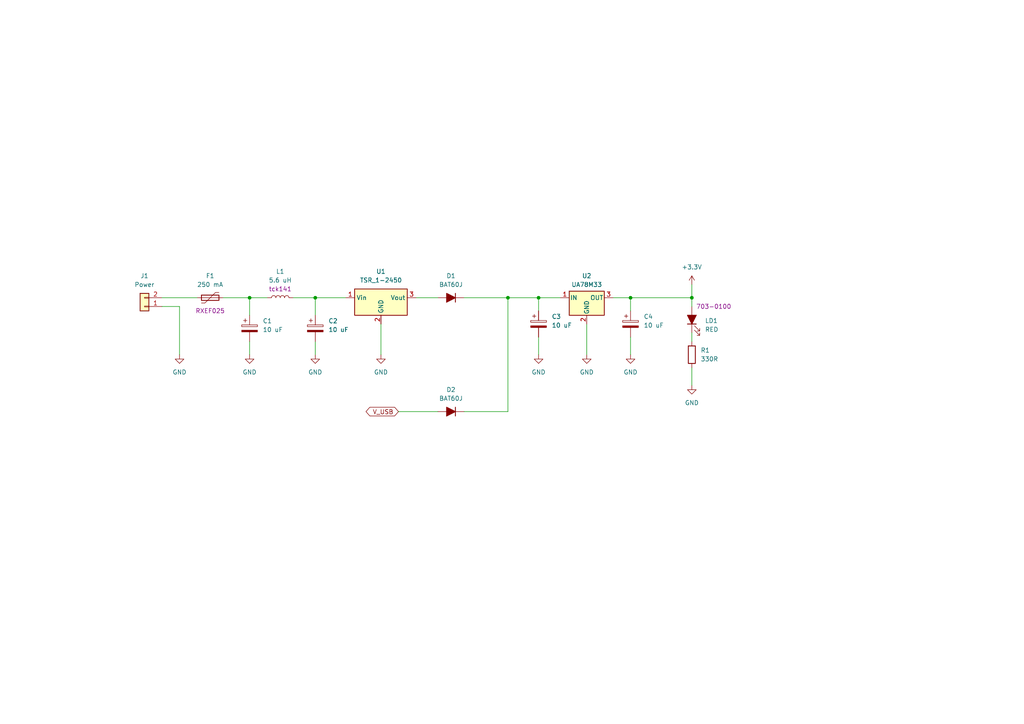
<source format=kicad_sch>
(kicad_sch (version 20230121) (generator eeschema)
  (paper "A4")
  (lib_symbols
    (symbol "Connector_Generic:Conn_01x02" (pin_names (offset 1.016) hide)
      (property "Reference" "J" (at 0 2.54 0))
      (property "Value" "Conn_01x02" (at 0 -5.08 0))
      (symbol "Conn_01x02_1_1"
        (rectangle (start -1.27 -2.413) (end 0 -2.667) (stroke (width 0.1524)))
        (rectangle (start -1.27 0.127) (end 0 -0.127) (stroke (width 0.1524)))
        (rectangle (start -1.27 1.27) (end 1.27 -3.81) (stroke (width 0.254)) (fill (type background)))
        (pin passive line (at -5.08 0 0) (length 3.81) (name "Pin_1") (number "1"))
        (pin passive line (at -5.08 -2.54 0) (length 3.81) (name "Pin_2") (number "2"))
      )
    )
    (symbol "Device:C_Polarized" (pin_numbers hide) (pin_names (offset 0.254))
      (property "Reference" "C" (at 0.635 2.54 0))
      (property "Value" "C_Polarized" (at 0.635 -2.54 0))
      (symbol "C_Polarized_0_1"
        (rectangle (start -2.286 0.508) (end 2.286 1.016))
        (polyline (pts (xy -1.778 2.286) (xy -0.762 2.286)))
        (polyline (pts (xy -1.27 2.794) (xy -1.27 1.778)))
        (rectangle (start 2.286 -0.508) (end -2.286 -1.016) (fill (type outline)))
      )
      (symbol "C_Polarized_1_1"
        (pin passive line (at 0 3.81 270) (length 2.794) (name "~") (number "1"))
        (pin passive line (at 0 -3.81 90) (length 2.794) (name "~") (number "2"))
      )
    )
    (symbol "Device:D_Filled" (pin_numbers hide) (pin_names (offset 1.016) hide)
      (property "Reference" "D" (at 0 2.54 0))
      (property "Value" "D_Filled" (at 0 -2.54 0))
      (symbol "D_Filled_0_1"
        (polyline (pts (xy -1.27 1.27) (xy -1.27 -1.27)) (stroke (width 0.254)))
        (polyline (pts (xy 1.27 0) (xy -1.27 0)))
        (polyline (pts (xy 1.27 1.27) (xy 1.27 -1.27) (xy -1.27 0) (xy 1.27 1.27)) (stroke (width 0.254)) (fill (type outline)))
      )
      (symbol "D_Filled_1_1"
        (pin passive line (at -3.81 0 0) (length 2.54) (name "K") (number "1"))
        (pin passive line (at 3.81 0 180) (length 2.54) (name "A") (number "2"))
      )
    )
    (symbol "Device:L" (pin_numbers hide) (pin_names (offset 1.016) hide)
      (property "Reference" "L" (at -1.27 0 90))
      (property "Value" "L" (at 1.905 0 90))
      (symbol "L_0_1"
        (arc (start 0 -2.54) (mid 0.6323 -1.905) (end 0 -1.27))
        (arc (start 0 -1.27) (mid 0.6323 -0.635) (end 0 0))
        (arc (start 0 0) (mid 0.6323 0.635) (end 0 1.27))
        (arc (start 0 1.27) (mid 0.6323 1.905) (end 0 2.54))
      )
      (symbol "L_1_1"
        (pin passive line (at 0 3.81 270) (length 1.27) (name "1") (number "1"))
        (pin passive line (at 0 -3.81 90) (length 1.27) (name "2") (number "2"))
      )
    )
    (symbol "Device:LED_Filled" (pin_numbers hide) (pin_names (offset 1.016) hide)
      (property "Reference" "D" (at 0 2.54 0))
      (property "Value" "LED_Filled" (at 0 -2.54 0))
      (symbol "LED_Filled_0_1"
        (polyline (pts (xy -1.27 -1.27) (xy -1.27 1.27)) (stroke (width 0.254)))
        (polyline (pts (xy -1.27 0) (xy 1.27 0)))
        (polyline (pts (xy 1.27 -1.27) (xy 1.27 1.27) (xy -1.27 0) (xy 1.27 -1.27)) (stroke (width 0.254)) (fill (type outline)))
        (polyline (pts (xy -3.048 -0.762) (xy -4.572 -2.286) (xy -3.81 -2.286) (xy -4.572 -2.286) (xy -4.572 -1.524)))
        (polyline (pts (xy -1.778 -0.762) (xy -3.302 -2.286) (xy -2.54 -2.286) (xy -3.302 -2.286) (xy -3.302 -1.524)))
      )
      (symbol "LED_Filled_1_1"
        (pin passive line (at -3.81 0 0) (length 2.54) (name "K") (number "1"))
        (pin passive line (at 3.81 0 180) (length 2.54) (name "A") (number "2"))
      )
    )
    (symbol "Device:Polyfuse" (pin_numbers hide) (pin_names (offset 0))
      (property "Reference" "F" (at -2.54 0 90))
      (property "Value" "Polyfuse" (at 2.54 0 90))
      (symbol "Polyfuse_0_1"
        (rectangle (start -0.762 2.54) (end 0.762 -2.54) (stroke (width 0.254)))
        (polyline (pts (xy 0 2.54) (xy 0 -2.54)))
        (polyline (pts (xy -1.524 2.54) (xy -1.524 1.524) (xy 1.524 -1.524) (xy 1.524 -2.54)))
      )
      (symbol "Polyfuse_1_1"
        (pin passive line (at 0 3.81 270) (length 1.27) (name "~") (number "1"))
        (pin passive line (at 0 -3.81 90) (length 1.27) (name "~") (number "2"))
      )
    )
    (symbol "Device:R" (pin_numbers hide) (pin_names (offset 0))
      (property "Reference" "R" (at 2.032 0 90))
      (property "Value" "R" (at 0 0 90))
      (symbol "R_0_1"
        (rectangle (start -1.016 -2.54) (end 1.016 2.54) (stroke (width 0.254)))
      )
      (symbol "R_1_1"
        (pin passive line (at 0 3.81 270) (length 1.27) (name "~") (number "1"))
        (pin passive line (at 0 -3.81 90) (length 1.27) (name "~") (number "2"))
      )
    )
    (symbol "Regulator_Linear:uA7805" (pin_names (offset 0.254))
      (property "Reference" "U" (at -3.81 3.175 0))
      (property "Value" "uA7805" (at 0 3.175 0))
      (symbol "uA7805_0_1"
        (rectangle (start -5.08 1.905) (end 5.08 -5.08) (stroke (width 0.254)) (fill (type background)))
      )
      (symbol "uA7805_1_1"
        (pin power_in line (at -7.62 0 0) (length 2.54) (name "IN") (number "1"))
        (pin power_in line (at 0 -7.62 90) (length 2.54) (name "GND") (number "2"))
        (pin power_out line (at 7.62 0 180) (length 2.54) (name "OUT") (number "3"))
      )
    )
    (symbol "Regulator_Switching:TSR_1-2450"
      (property "Reference" "U" (at -7.62 6.35 0))
      (property "Value" "TSR_1-2450" (at -1.27 6.35 0))
      (symbol "TSR_1-2450_0_1"
        (rectangle (start -7.62 5.08) (end 7.62 -2.54) (stroke (width 0.254)) (fill (type background)))
      )
      (symbol "TSR_1-2450_1_1"
        (pin power_in line (at -10.16 2.54 0) (length 2.54) (name "Vin") (number "1"))
        (pin power_in line (at 0 -5.08 90) (length 2.54) (name "GND") (number "2"))
        (pin power_out line (at 10.16 2.54 180) (length 2.54) (name "Vout") (number "3"))
      )
    )
    (symbol "power:+3.3V" (power) (pin_names (offset 0))
      (property "Value" "+3.3V" (at 0 3.556 0))
      (symbol "+3.3V_0_1"
        (polyline (pts (xy -0.762 1.27) (xy 0 2.54)))
        (polyline (pts (xy 0 0) (xy 0 2.54)))
        (polyline (pts (xy 0 2.54) (xy 0.762 1.27)))
      )
      (symbol "+3.3V_1_1"
        (pin power_in line (at 0 0 90) (length 0) hide (name "+3.3V") (number "1"))
      )
    )
    (symbol "power:GND" (power) (pin_names (offset 0))
      (property "Value" "GND" (at 0 -3.81 0))
      (symbol "GND_0_1"
        (polyline (pts (xy 0 0) (xy 0 -1.27) (xy 1.27 -1.27) (xy 0 -2.54) (xy -1.27 -1.27) (xy 0 -1.27)))
      )
      (symbol "GND_1_1"
        (pin power_in line (at 0 0 270) (length 0) hide (name "GND") (number "1"))
      )
    )
  )
  (junction (at 156.21 86.36))
  (junction (at 147.32 86.36))
  (junction (at 91.44 86.36))
  (junction (at 182.88 86.36))
  (junction (at 72.39 86.36))
  (junction (at 200.66 86.36))
  (wire (pts (xy 120.65 86.36) (xy 127 86.36)))
  (wire (pts (xy 200.66 96.52) (xy 200.66 99.06)))
  (wire (pts (xy 110.49 93.98) (xy 110.49 102.87)))
  (wire (pts (xy 182.88 86.36) (xy 200.66 86.36)))
  (wire (pts (xy 200.66 106.68) (xy 200.66 111.76)))
  (wire (pts (xy 91.44 99.06) (xy 91.44 102.87)))
  (wire (pts (xy 64.77 86.36) (xy 72.39 86.36)))
  (wire (pts (xy 200.66 86.36) (xy 200.66 88.9)))
  (wire (pts (xy 46.99 86.36) (xy 57.15 86.36)))
  (wire (pts (xy 156.21 97.79) (xy 156.21 102.87)))
  (wire (pts (xy 134.62 86.36) (xy 147.32 86.36)))
  (wire (pts (xy 177.8 86.36) (xy 182.88 86.36)))
  (wire (pts (xy 170.18 93.98) (xy 170.18 102.87)))
  (wire (pts (xy 200.66 82.55) (xy 200.66 86.36)))
  (wire (pts (xy 85.09 86.36) (xy 91.44 86.36)))
  (wire (pts (xy 147.32 86.36) (xy 147.32 119.38)))
  (wire (pts (xy 182.88 86.36) (xy 182.88 90.17)))
  (wire (pts (xy 156.21 86.36) (xy 162.56 86.36)))
  (wire (pts (xy 182.88 97.79) (xy 182.88 102.87)))
  (wire (pts (xy 156.21 86.36) (xy 156.21 90.17)))
  (wire (pts (xy 147.32 86.36) (xy 156.21 86.36)))
  (wire (pts (xy 46.99 88.9) (xy 52.07 88.9)))
  (wire (pts (xy 72.39 86.36) (xy 77.47 86.36)))
  (wire (pts (xy 91.44 86.36) (xy 91.44 91.44)))
  (wire (pts (xy 72.39 86.36) (xy 72.39 91.44)))
  (wire (pts (xy 115.57 119.38) (xy 127 119.38)))
  (wire (pts (xy 134.62 119.38) (xy 147.32 119.38)))
  (wire (pts (xy 91.44 86.36) (xy 100.33 86.36)))
  (wire (pts (xy 72.39 99.06) (xy 72.39 102.87)))
  (wire (pts (xy 52.07 88.9) (xy 52.07 102.87)))
  (global_label "V_USB" (shape bidirectional) (at 115.57 119.38 180) (property "Intersheetrefs" "${INTERSHEET_REFS}" (effects hide)))
  (symbol (lib_id "power:+3.3V") (at 200.66 82.55 0) (unit 1)
    (property "Reference" "#PWR09" (effects hide))
    (property "Value" "+3.3V" (at 200.66 77.47 0))
  )
  (symbol (lib_id "Connector_Generic:Conn_01x02") (at 41.91 88.9 180) (unit 1)
    (property "Reference" "J1" (at 41.91 80.01 0))
    (property "Value" "Power" (at 41.91 82.55 0))
    (property "Name" "20.101M/2" (effects hide))
    (property "Manufacturer" "IMO" (effects hide))
  )
  (symbol (lib_id "Device:Polyfuse") (at 60.96 86.36 90) (unit 1)
    (property "Reference" "F1" (at 60.96 80.01 90))
    (property "Value" "250 mA" (at 60.96 82.55 90))
    (property "Footprint" "Resistor_THT:R_Axial_DIN0204_L3.6mm_D1.6mm_P5.08mm_Horizontal" (effects hide))
    (property "Name" "RXEF025" (at 60.96 90.17 90))
    (property "Manufacturer" "TE" (effects hide))
  )
  (symbol (lib_id "power:GND") (at 200.66 111.76 0) (unit 1)
    (property "Reference" "#PWR08" (effects hide))
    (property "Value" "GND" (at 200.66 116.84 0))
  )
  (symbol (lib_id "Device:R") (at 200.66 102.87 0) (unit 1)
    (property "Reference" "R1" (at 203.2 101.6 0) (effects (justify left)))
    (property "Value" "330R" (at 203.2 104.14 0) (effects (justify left)))
    (property "Footprint" "Resistor_SMD:R_1206_3216Metric" (effects hide))
  )
  (symbol (lib_id "power:GND") (at 91.44 102.87 0) (unit 1)
    (property "Reference" "#PWR03" (effects hide))
    (property "Value" "GND" (at 91.44 107.95 0))
  )
  (symbol (lib_id "Device:C_Polarized") (at 156.21 93.98 0) (unit 1)
    (property "Reference" "C3" (at 160.02 91.821 0) (effects (justify left)))
    (property "Value" "10 uF" (at 160.02 94.361 0) (effects (justify left)))
    (property "Footprint" "Capacitor_SMD:CP_Elec_6.3x5.8" (effects hide))
    (property "Name" "EDK106M063A9GAA" (effects hide))
    (property "Manufacturer" "Kemet" (effects hide))
  )
  (symbol (lib_id "power:GND") (at 156.21 102.87 0) (unit 1)
    (property "Reference" "#PWR04" (effects hide))
    (property "Value" "GND" (at 156.21 107.95 0))
  )
  (symbol (lib_id "Device:D_Filled") (at 130.81 119.38 180) (unit 1)
    (property "Reference" "D2" (at 130.81 113.03 0))
    (property "Value" "BAT60J" (at 130.81 115.57 0))
    (property "Footprint" "Diode_SMD:D_SOD-323" (effects hide))
    (property "Sim.Device" "D" (effects hide))
    (property "Sim.Pins" "1=K 2=A" (effects hide))
    (property "Name" "BAT60J" (effects hide))
    (property "Manufacturer" "ST" (effects hide))
  )
  (symbol (lib_id "Device:C_Polarized") (at 72.39 95.25 0) (unit 1)
    (property "Reference" "C1" (at 76.2 93.091 0) (effects (justify left)))
    (property "Value" "10 uF" (at 76.2 95.631 0) (effects (justify left)))
    (property "Footprint" "Capacitor_SMD:CP_Elec_6.3x5.8" (effects hide))
    (property "Name" "EDK106M063A9GAA" (effects hide))
    (property "Manufacturer" "Kemet" (effects hide))
  )
  (symbol (lib_id "Device:LED_Filled") (at 200.66 92.71 90) (unit 1)
    (property "Reference" "LD1" (at 204.47 93.0275 90) (effects (justify right)))
    (property "Value" "RED" (at 204.47 95.5675 90) (effects (justify right)))
    (property "Footprint" "LED_THT:LED_D5.0mm" (effects hide))
    (property "Name" "703-0100" (at 207.01 88.9 90))
    (property "Manufacturer" "multicomp" (effects hide))
  )
  (symbol (lib_id "Regulator_Linear:uA7805") (at 170.18 86.36 0) (unit 1)
    (property "Reference" "U2" (at 170.18 80.01 0))
    (property "Value" "UA78M33" (at 170.18 82.55 0))
    (property "Footprint" "Package_TO_SOT_SMD:SOT-223-3_TabPin2" (effects hide))
    (property "Datasheet" "http://www.ti.com/lit/ds/symlink/ua78.pdf" (effects hide))
    (property "Name" "UA78M33" (effects hide))
    (property "Manufacturer" "Texas Instruments" (effects hide))
  )
  (symbol (lib_id "power:GND") (at 72.39 102.87 0) (unit 1)
    (property "Reference" "#PWR02" (effects hide))
    (property "Value" "GND" (at 72.39 107.95 0))
  )
  (symbol (lib_id "power:GND") (at 52.07 102.87 0) (unit 1)
    (property "Reference" "#PWR01" (effects hide))
    (property "Value" "GND" (at 52.07 107.95 0))
  )
  (symbol (lib_id "Device:D_Filled") (at 130.81 86.36 180) (unit 1)
    (property "Reference" "D1" (at 130.81 80.01 0))
    (property "Value" "BAT60J" (at 130.81 82.55 0))
    (property "Footprint" "Diode_SMD:D_SOD-323" (effects hide))
    (property "Sim.Device" "D" (effects hide))
    (property "Sim.Pins" "1=K 2=A" (effects hide))
    (property "Name" "BAT60J" (effects hide))
    (property "Manufacturer" "ST" (effects hide))
  )
  (symbol (lib_id "power:GND") (at 110.49 102.87 0) (unit 1)
    (property "Reference" "#PWR06" (effects hide))
    (property "Value" "GND" (at 110.49 107.95 0))
  )
  (symbol (lib_id "Device:L") (at 81.28 86.36 90) (unit 1)
    (property "Reference" "L1" (at 81.28 78.74 90))
    (property "Value" "5.6 uH" (at 81.28 81.28 90))
    (property "Name" "tck141" (at 81.28 83.82 90))
    (property "Manufacturer" "Traco" (effects hide))
  )
  (symbol (lib_id "Regulator_Switching:TSR_1-2450") (at 110.49 88.9 0) (unit 1)
    (property "Reference" "U1" (at 110.49 78.74 0))
    (property "Value" "TSR_1-2450" (at 110.49 81.28 0))
    (property "Footprint" "Converter_DCDC:Converter_DCDC_TRACO_TSR-1_THT" (effects hide))
    (property "Datasheet" "http://www.tracopower.com/products/tsr1.pdf" (effects hide))
    (property "Name" "TSR_1-2450" (effects hide))
    (property "Manufacturer" "Traco" (effects hide))
  )
  (symbol (lib_id "power:GND") (at 182.88 102.87 0) (unit 1)
    (property "Reference" "#PWR05" (effects hide))
    (property "Value" "GND" (at 182.88 107.95 0))
  )
  (symbol (lib_id "Device:C_Polarized") (at 91.44 95.25 0) (unit 1)
    (property "Reference" "C2" (at 95.25 93.091 0) (effects (justify left)))
    (property "Value" "10 uF" (at 95.25 95.631 0) (effects (justify left)))
    (property "Footprint" "Capacitor_SMD:CP_Elec_6.3x5.8" (effects hide))
    (property "Name" "EDK106M063A9GAA" (effects hide))
    (property "Manufacturer" "Kemet" (effects hide))
  )
  (symbol (lib_id "power:GND") (at 170.18 102.87 0) (unit 1)
    (property "Reference" "#PWR07" (effects hide))
    (property "Value" "GND" (at 170.18 107.95 0))
  )
  (symbol (lib_id "Device:C_Polarized") (at 182.88 93.98 0) (unit 1)
    (property "Reference" "C4" (at 186.69 91.821 0) (effects (justify left)))
    (property "Value" "10 uF" (at 186.69 94.361 0) (effects (justify left)))
    (property "Footprint" "Capacitor_SMD:CP_Elec_6.3x5.8" (effects hide))
    (property "Name" "EDK106M063A9GAA" (effects hide))
    (property "Manufacturer" "Kemet" (effects hide))
  )
)
</source>
